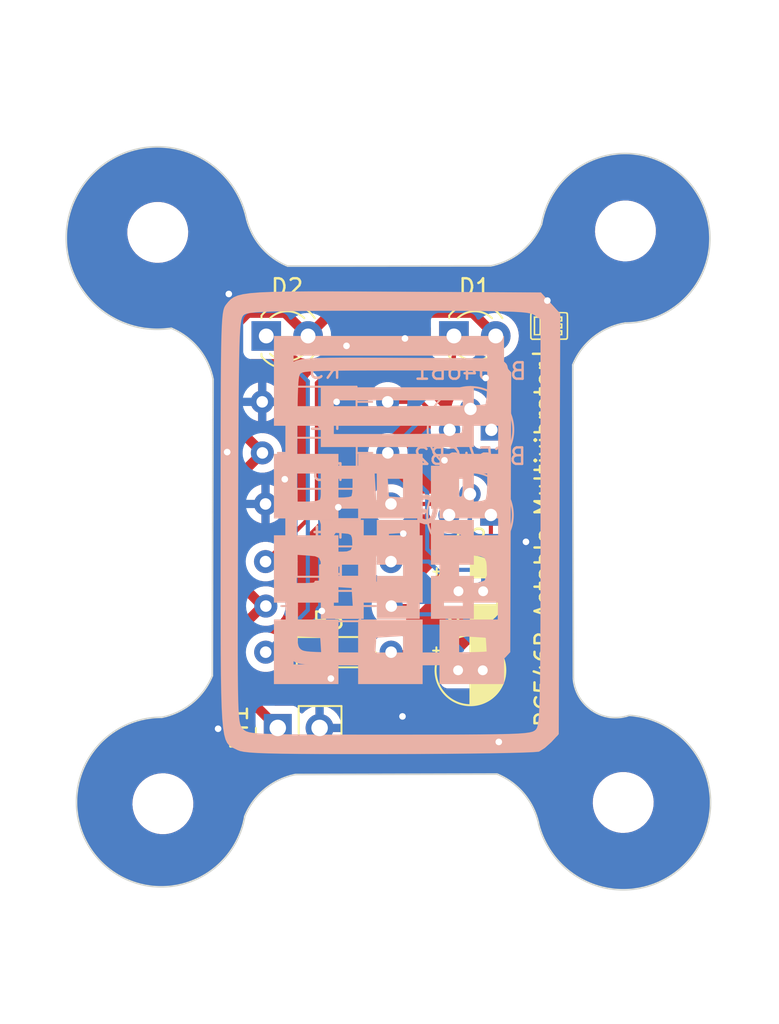
<source format=kicad_pcb>
(kicad_pcb (version 20221018) (generator pcbnew)
  (title_block (title "BC546B Astable Multivibrator") (date "2023-09-08") (rev "0") (company "N/A") (comment 1 "N/A"))
  (layers (0 "F.Cu" signal) (31 "B.Cu" signal) (34 "B.Paste" user) (35 "F.Paste" user) (36 "B.SilkS" user "B.Silkscreen") (37 "F.SilkS" user "F.Silkscreen") (38 "B.Mask" user) (39 "F.Mask" user) (44 "Edge.Cuts" user))
  (net 0 "")
  (net 1 "Net-(BC546B1-C)")
  (net 2 "/I2")
  (net 3 "Net-(BC546B1-E)")
  (net 4 "Net-(BC546B2-C)")
  (net 5 "/I1")
  (net 6 "Net-(BC546B2-E)")
  (net 7 "+9V")
  (net 8 "GND")
  (net 9 "Net-(D1-K)")
  (net 10 "Net-(D2-K)")
  (footprint "MountingHole:MountingHole_3.2mm_M3" (layer "F.Cu") (at 83.146213 86.60233)
    (fp_text reference "REF**" hide)
    (fp_text value "MountingHole_3.2mm_M3")
    (pad "" np_thru_hole circle (at 0 0) (size 3.2 3.2) (drill 3.2) (layers "F&B.Cu" "*.Mask"))
  )
  (footprint "Graphics:pcbLogo_2,5mmx2,5mm" (layer "F.Cu") (at 106.6 57.6 90)
    (fp_text reference "G***" hide)
    (fp_text value "LOGO" hide)
  )
  (footprint "Capacitor_THT:CP_Radial_D4.0mm_P1.50mm" (layer "F.Cu") (at 101.1 73.7)
    (fp_text reference "C2" (at 0.75 -3.25) (layer "F.SilkS"))
    (fp_text value "10u")
    (pad "1" thru_hole rect (at 0 0) (size 1.2 1.2) (drill 0.6) (layers "*.Cu" "*.Mask") (net 4 "Net-(BC546B2-C)"))
    (pad "2" thru_hole circle (at 1.5 0) (size 1.2 1.2) (drill 0.6) (layers "*.Cu" "*.Mask") (net 2 "/I2"))
  )
  (footprint "MountingHole:MountingHole_3.2mm_M3" (layer "F.Cu") (at 111.108941 86.526181)
    (fp_text reference "REF**" hide)
    (fp_text value "MountingHole_3.2mm_M3")
    (pad "" np_thru_hole circle (at 0 0) (size 3.2 3.2) (drill 3.2) (layers "F&B.Cu" "*.Mask"))
  )
  (footprint "LED_THT:LED_D3.0mm" (layer "F.Cu") (at 89.425 58.2)
    (fp_text reference "D2" (at 1.27 -2.96) (layer "F.SilkS"))
    (fp_text value "LED")
    (pad "1" thru_hole rect (at 0 0) (size 1.8 1.8) (drill 0.9) (layers "*.Cu" "*.Mask") (net 10 "Net-(D2-K)"))
    (pad "2" thru_hole circle (at 2.54 0) (size 1.8 1.8) (drill 0.9) (layers "*.Cu" "*.Mask") (net 7 "+9V"))
  )
  (footprint "Resistor_THT:R_Axial_DIN0204_L3.6mm_D1.6mm_P7.62mm_Horizontal" (layer "F.Cu") (at 89.39 77.4)
    (fp_text reference "R3" (at 3.81 -1.92) (layer "F.SilkS"))
    (fp_text value "560")
    (pad "1" thru_hole circle (at 0 0) (size 1.4 1.4) (drill 0.7) (layers "*.Cu" "*.Mask") (net 10 "Net-(D2-K)"))
    (pad "2" thru_hole oval (at 7.62 0) (size 1.4 1.4) (drill 0.7) (layers "*.Cu" "*.Mask") (net 1 "Net-(BC546B1-C)"))
  )
  (footprint "LED_THT:LED_D3.0mm" (layer "F.Cu") (at 100.825 58.2)
    (fp_text reference "D1" (at 1.27 -2.96) (layer "F.SilkS"))
    (fp_text value "LED")
    (pad "1" thru_hole rect (at 0 0) (size 1.8 1.8) (drill 0.9) (layers "*.Cu" "*.Mask") (net 9 "Net-(D1-K)"))
    (pad "2" thru_hole circle (at 2.54 0) (size 1.8 1.8) (drill 0.9) (layers "*.Cu" "*.Mask") (net 7 "+9V"))
  )
  (footprint "Connector_PinHeader_2.54mm:PinHeader_1x02_P2.54mm_Vertical" (layer "F.Cu") (at 90.125 82 90)
    (fp_text reference "BT1" (at 0 -2.33 90) (layer "F.SilkS"))
    (fp_text value "Battery")
    (pad "1" thru_hole rect (at 0 0 90) (size 1.7 1.7) (drill 1) (layers "*.Cu" "*.Mask") (net 7 "+9V"))
    (pad "2" thru_hole oval (at 0 2.54 90) (size 1.7 1.7) (drill 1) (layers "*.Cu" "*.Mask") (net 8 "GND"))
  )
  (footprint "MountingHole:MountingHole_3.2mm_M3" (layer "F.Cu") (at 111.244612 51.822648)
    (fp_text reference "REF**" hide)
    (fp_text value "MountingHole_3.2mm_M3")
    (pad "" np_thru_hole circle (at 0 0) (size 3.2 3.2) (drill 3.2) (layers "*.Cu" "*.Mask"))
  )
  (footprint "Capacitor_THT:CP_Radial_D4.0mm_P1.50mm" (layer "F.Cu") (at 101.077401 78.5)
    (fp_text reference "C1" (at 0.75 -3.25) (layer "F.SilkS"))
    (fp_text value "10u")
    (pad "1" thru_hole rect (at 0 0) (size 1.2 1.2) (drill 0.6) (layers "*.Cu" "*.Mask") (net 1 "Net-(BC546B1-C)"))
    (pad "2" thru_hole circle (at 1.5 0) (size 1.2 1.2) (drill 0.6) (layers "*.Cu" "*.Mask") (net 5 "/I1"))
  )
  (footprint "MountingHole:MountingHole_3.2mm_M3" (layer "F.Cu") (at 82.833257 51.910761)
    (fp_text reference "REF**" hide)
    (fp_text value "MountingHole_3.2mm_M3")
    (pad "" np_thru_hole circle (at 0 0) (size 3.2 3.2) (drill 3.2) (layers "F&B.Cu" "*.Mask"))
  )
  (footprint "Resistor_THT:R_Axial_DIN0204_L3.6mm_D1.6mm_P7.62mm_Horizontal" (layer "B.Cu") (at 97.02 74.6 180)
    (fp_text reference "R1" (at 3.81 1.92) (layer "B.SilkS") (effects (justify mirror)))
    (fp_text value "100k")
    (pad "1" thru_hole circle (at 0 0 180) (size 1.4 1.4) (drill 0.7) (layers "*.Cu" "*.Mask") (net 5 "/I1"))
    (pad "2" thru_hole oval (at 7.62 0 180) (size 1.4 1.4) (drill 0.7) (layers "*.Cu" "*.Mask") (net 7 "+9V"))
  )
  (footprint "Resistor_THT:R_Axial_DIN0204_L3.6mm_D1.6mm_P7.62mm_Horizontal" (layer "B.Cu") (at 97 71.9 180)
    (fp_text reference "R4" (at 3.81 1.92) (layer "B.SilkS") (effects (justify mirror)))
    (fp_text value "560")
    (pad "1" thru_hole circle (at 0 0 180) (size 1.4 1.4) (drill 0.7) (layers "*.Cu" "*.Mask") (net 4 "Net-(BC546B2-C)"))
    (pad "2" thru_hole oval (at 7.62 0 180) (size 1.4 1.4) (drill 0.7) (layers "*.Cu" "*.Mask") (net 9 "Net-(D1-K)"))
  )
  (footprint "Graphics:pcbLogo_20mmx20mm" (layer "B.Cu") (at 97.5 68.8 180)
    (fp_text reference "G***" (at 0 0) (layer "B.SilkS") (effects (font (size 1.5 1.5) (thickness 0.3)) (justify mirror)))
    (fp_text value "LOGO" hide)
  )
  (footprint "Package_TO_SOT_THT:TO-92" (layer "B.Cu") (at 103.1 63.9 180)
    (fp_text reference "BC546B1" (at 1.27 3.56) (layer "B.SilkS") (effects (justify mirror)))
    (fp_text value "NPN" hide)
    (pad "1" thru_hole rect (at 0 0 180) (size 1.3 1.3) (drill 0.75) (layers "*.Cu" "*.Mask") (net 1 "Net-(BC546B1-C)"))
    (pad "2" thru_hole circle (at 1.27 1.27 180) (size 1.3 1.3) (drill 0.75) (layers "*.Cu" "*.Mask") (net 2 "/I2"))
    (pad "3" thru_hole circle (at 2.54 0 180) (size 1.3 1.3) (drill 0.75) (layers "*.Cu" "*.Mask") (net 3 "Net-(BC546B1-E)"))
  )
  (footprint "Graphics:pcbLogo_30mmx30mm" (layer "B.Cu") (at 97.05 69.45 180)
    (fp_text reference "G***" hide)
    (fp_text value "LOGO" hide)
  )
  (footprint "Resistor_THT:R_Axial_DIN0204_L3.6mm_D1.6mm_P7.62mm_Horizontal" (layer "B.Cu") (at 97 68.4 180)
    (fp_text reference "R6" (at 3.81 1.92) (layer "B.SilkS") (effects (justify mirror)))
    (fp_text value "100")
    (pad "1" thru_hole circle (at 0 0 180) (size 1.4 1.4) (drill 0.7) (layers "*.Cu" "*.Mask") (net 6 "Net-(BC546B2-E)"))
    (pad "2" thru_hole oval (at 7.62 0 180) (size 1.4 1.4) (drill 0.7) (layers "*.Cu" "*.Mask") (net 8 "GND"))
  )
  (footprint "Resistor_THT:R_Axial_DIN0204_L3.6mm_D1.6mm_P7.62mm_Horizontal" (layer "B.Cu") (at 96.8 62.2 180)
    (fp_text reference "R5" (at 3.81 1.92) (layer "B.SilkS") (effects (justify mirror)))
    (fp_text value "100")
    (pad "1" thru_hole circle (at 0 0 180) (size 1.4 1.4) (drill 0.7) (layers "*.Cu" "*.Mask") (net 3 "Net-(BC546B1-E)"))
    (pad "2" thru_hole oval (at 7.62 0 180) (size 1.4 1.4) (drill 0.7) (layers "*.Cu" "*.Mask") (net 8 "GND"))
  )
  (footprint "Resistor_THT:R_Axial_DIN0204_L3.6mm_D1.6mm_P7.62mm_Horizontal" (layer "B.Cu") (at 96.81 65.3 180)
    (fp_text reference "R2" (at 3.81 1.92) (layer "B.SilkS") (effects (justify mirror)))
    (fp_text value "100k")
    (pad "1" thru_hole circle (at 0 0 180) (size 1.4 1.4) (drill 0.7) (layers "*.Cu" "*.Mask") (net 2 "/I2"))
    (pad "2" thru_hole oval (at 7.62 0 180) (size 1.4 1.4) (drill 0.7) (layers "*.Cu" "*.Mask") (net 7 "+9V"))
  )
  (footprint "Package_TO_SOT_THT:TO-92" (layer "B.Cu") (at 103.07 69.07 180)
    (fp_text reference "BC546B2" (at 1.27 3.56) (layer "B.SilkS") (effects (justify mirror)))
    (fp_text value "NPN" hide)
    (pad "1" thru_hole rect (at 0 0 180) (size 1.3 1.3) (drill 0.75) (layers "*.Cu" "*.Mask") (net 4 "Net-(BC546B2-C)"))
    (pad "2" thru_hole circle (at 1.27 1.27 180) (size 1.3 1.3) (drill 0.75) (layers "*.Cu" "*.Mask") (net 5 "/I1"))
    (pad "3" thru_hole circle (at 2.54 0 180) (size 1.3 1.3) (drill 0.75) (layers "*.Cu" "*.Mask") (net 6 "Net-(BC546B2-E)"))
  )
  (gr_arc (start 83.656298 57.729329) (mid 85.315237 58.95551) (end 86.193718 60.822025) (stroke (width 0.1)) (layer "Edge.Cuts"))
  (gr_arc (start 86.150243 78.834302) (mid 84.932897 80.482293) (end 83.079858 81.356392) (stroke (width 0.1)) (layer "Edge.Cuts"))
  (gr_arc (start 103.45 84.8) (mid 105.108939 86.026181) (end 105.98742 87.892696) (stroke (width 0.1)) (layer "Edge.Cuts"))
  (gr_arc (start 111.475802 81.238199) (mid 115.198225 89.898876) (end 105.98742 87.892696) (stroke (width 0.1)) (layer "Edge.Cuts"))
  (gr_arc (start 90.715239 53.955508) (mid 89.056288 52.729331) (end 88.177819 50.862812) (stroke (width 0.1)) (layer "Edge.Cuts"))
  (gr_line (start 86.150243 78.834302) (end 86.193718 60.822025) (stroke (width 0.1)) (layer "Edge.Cuts"))
  (gr_arc (start 111.475802 81.238199) (mid 109.22532 80.951386) (end 108.077176 78.99468) (stroke (width 0.1)) (layer "Edge.Cuts"))
  (gr_line (start 90.715239 53.955508) (end 103.06008 53.945877) (stroke (width 0.1)) (layer "Edge.Cuts"))
  (gr_arc (start 106.152777 51.408457) (mid 115.157302 48.946135) (end 111.226594 57.413405) (stroke (width 0.1)) (layer "Edge.Cuts"))
  (gr_line (start 103.45 84.8) (end 91.212728 84.823851) (stroke (width 0.1)) (layer "Edge.Cuts"))
  (gr_arc (start 83.656298 57.729328) (mid 78.189307 49.210701) (end 88.175477 50.86342) (stroke (width 0.1)) (layer "Edge.Cuts"))
  (gr_arc (start 88.120032 87.361271) (mid 89.346225 85.702353) (end 91.212728 84.823851) (stroke (width 0.1)) (layer "Edge.Cuts"))
  (gr_arc (start 106.152776 51.408457) (mid 104.926598 53.067404) (end 103.06008 53.945877) (stroke (width 0.1)) (layer "Edge.Cuts"))
  (gr_arc (start 108.044528 59.944437) (mid 109.30599 58.264588) (end 111.226594 57.413406) (stroke (width 0.1)) (layer "Edge.Cuts"))
  (gr_line (start 108.044528 59.944437) (end 108.077176 78.99468) (stroke (width 0.1)) (layer "Edge.Cuts"))
  (gr_arc (start 88.120032 87.361271) (mid 79.104593 89.810684) (end 83.079858 81.356393) (stroke (width 0.1)) (layer "Edge.Cuts"))
  (gr_text "|BC546B Astable Multivibrator|" (at 106.85 83 90) (layer "F.SilkS") (effects (font (size 1 1)) (justify left bottom)))
  (segment (start 103.1 63.9) (end 104.045 64.845) (width 0.25) (layer "F.Cu") (net 1))
  (segment (start 104.045 64.845) (end 104.045 75.532401) (width 0.25) (layer "F.Cu") (net 1))
  (segment (start 104.045 75.532401) (end 101.077401 78.5) (width 0.25) (layer "F.Cu") (net 1))
  (segment (start 97.01 77.4) (end 99.977401 77.4) (width 0.25) (layer "F.Cu") (net 1))
  (segment (start 99.977401 77.4) (end 101.077401 78.5) (width 0.25) (layer "F.Cu") (net 1))
  (segment (start 99.2 67.69) (end 96.81 65.3) (width 0.25) (layer "B.Cu") (net 2))
  (segment (start 102.2 72.4) (end 100.45 72.4) (width 0.25) (layer "B.Cu") (net 2))
  (segment (start 96.81 65.3) (end 99.48 62.63) (width 0.25) (layer "B.Cu") (net 2))
  (segment (start 102.6 72.8) (end 102.2 72.4) (width 0.25) (layer "B.Cu") (net 2))
  (segment (start 99.2 71.15) (end 99.2 67.69) (width 0.25) (layer "B.Cu") (net 2))
  (segment (start 102.6 73.7) (end 102.6 72.8) (width 0.25) (layer "B.Cu") (net 2))
  (segment (start 99.48 62.63) (end 101.83 62.63) (width 0.25) (layer "B.Cu") (net 2))
  (segment (start 100.45 72.4) (end 99.2 71.15) (width 0.25) (layer "B.Cu") (net 2))
  (segment (start 96.8 62.2) (end 98.86 62.2) (width 0.25) (layer "F.Cu") (net 3))
  (segment (start 98.86 62.2) (end 100.56 63.9) (width 0.25) (layer "F.Cu") (net 3))
  (segment (start 103.07 71.73) (end 103.07 69.07) (width 0.25) (layer "F.Cu") (net 4))
  (segment (start 101.1 73.7) (end 103.07 71.73) (width 0.25) (layer "F.Cu") (net 4))
  (segment (start 99.3 71.9) (end 101.1 73.7) (width 0.25) (layer "B.Cu") (net 4))
  (segment (start 97 71.9) (end 99.3 71.9) (width 0.25) (layer "B.Cu") (net 4))
  (segment (start 101.8 70.865) (end 98.065 74.6) (width 0.25) (layer "F.Cu") (net 5))
  (segment (start 98.065 74.6) (end 97.02 74.6) (width 0.25) (layer "F.Cu") (net 5))
  (segment (start 101.8 67.8) (end 101.8 70.865) (width 0.25) (layer "F.Cu") (net 5))
  (segment (start 102.577401 77.477401) (end 102.577401 78.5) (width 0.25) (layer "B.Cu") (net 5))
  (segment (start 100.2 75.1) (end 102.577401 77.477401) (width 0.25) (layer "B.Cu") (net 5))
  (segment (start 96.82 74.6) (end 97.32 75.1) (width 0.25) (layer "B.Cu") (net 5))
  (segment (start 97.32 75.1) (end 100.2 75.1) (width 0.25) (layer "B.Cu") (net 5))
  (segment (start 99.86 68.4) (end 100.53 69.07) (width 0.25) (layer "F.Cu") (net 6))
  (segment (start 97 68.4) (end 99.86 68.4) (width 0.25) (layer "F.Cu") (net 6))
  (segment (start 87.6 63.71) (end 87.6 57.5) (width 0.6) (layer "F.Cu") (net 7))
  (segment (start 88.3 56.8) (end 90.565 56.8) (width 0.6) (layer "F.Cu") (net 7))
  (segment (start 87.6 57.5) (end 88.3 56.8) (width 0.6) (layer "F.Cu") (net 7))
  (segment (start 90.125 82) (end 87.7 79.575) (width 0.6) (layer "F.Cu") (net 7))
  (segment (start 87.8 73.2) (end 87.8 66.69) (width 0.6) (layer "F.Cu") (net 7))
  (segment (start 90.565 56.8) (end 91.965 58.2) (width 0.6) (layer "F.Cu") (net 7))
  (segment (start 89.19 65.3) (end 87.6 63.71) (width 0.6) (layer "F.Cu") (net 7))
  (segment (start 101.965 56.8) (end 103.365 58.2) (width 0.6) (layer "F.Cu") (net 7))
  (segment (start 87.7 79.575) (end 87.7 76.1) (width 0.6) (layer "F.Cu") (net 7))
  (segment (start 93.365 56.8) (end 101.965 56.8) (width 0.6) (layer "F.Cu") (net 7))
  (segment (start 87.8 66.69) (end 89.19 65.3) (width 0.6) (layer "F.Cu") (net 7))
  (segment (start 91.965 58.2) (end 93.365 56.8) (width 0.6) (layer "F.Cu") (net 7))
  (segment (start 87.7 76.1) (end 89.2 74.6) (width 0.6) (layer "F.Cu") (net 7))
  (segment (start 89.2 74.6) (end 87.8 73.2) (width 0.6) (layer "F.Cu") (net 7))
  (via (at 90.55 66.9) (size 0.8) (drill 0.4) (layers "F.Cu" "B.Cu") (net 8))
  (via (at 93.35 79) (size 0.8) (drill 0.4) (layers "F.Cu" "B.Cu") (net 8))
  (via (at 93.8 68.6) (size 0.8) (drill 0.4) (layers "F.Cu" "B.Cu") (net 8))
  (via (at 87.05 65.25) (size 0.8) (drill 0.4) (layers "F.Cu" "B.Cu") (net 8))
  (via (at 100.25 65.75) (size 0.8) (drill 0.4) (layers "F.Cu" "B.Cu") (net 8))
  (via (at 97.85 58.35) (size 0.8) (drill 0.4) (layers "F.Cu" "B.Cu") (net 8))
  (via (at 97.75 70.2) (size 0.8) (drill 0.4) (layers "F.Cu" "B.Cu") (net 8))
  (via (at 106.5 56.051386) (size 0.8) (drill 0.4) (layers "F.Cu" "B.Cu") (net 8))
  (via (at 92.8 74.9) (size 0.8) (drill 0.4) (layers "F.Cu" "B.Cu") (net 8))
  (via (at 87.15 55.65) (size 0.8) (drill 0.4) (layers "F.Cu" "B.Cu") (net 8))
  (via (at 93.7 62.2) (size 0.8) (drill 0.4) (layers "F.Cu" "B.Cu") (net 8))
  (via (at 103.55 82.85) (size 0.8) (drill 0.4) (layers "F.Cu" "B.Cu") (net 8))
  (via (at 97.7 81.3) (size 0.8) (drill 0.4) (layers "F.Cu" "B.Cu") (net 8))
  (via (at 94.3 58.8) (size 0.8) (drill 0.4) (layers "F.Cu" "B.Cu") (net 8))
  (via (at 86.5 82.05) (size 0.8) (drill 0.4) (layers "F.Cu" "B.Cu") (net 8))
  (via (at 105.2 70.7) (size 0.8) (drill 0.4) (layers "F.Cu" "B.Cu") (net 8))
  (via (at 102.75 60.75) (size 0.8) (drill 0.4) (layers "F.Cu" "B.Cu") (net 8))
  (segment (start 92.5 61.05) (end 93.65 59.9) (width 0.25) (layer "F.Cu") (net 9))
  (segment (start 93.65 59.9) (end 100.4 59.9) (width 0.25) (layer "F.Cu") (net 9))
  (segment (start 100.825 59.475) (end 100.825 58.2) (width 0.25) (layer "F.Cu") (net 9))
  (segment (start 89.38 71.9) (end 92.5 68.78) (width 0.25) (layer "F.Cu") (net 9))
  (segment (start 92.5 68.78) (end 92.5 61.05) (width 0.25) (layer "F.Cu") (net 9))
  (segment (start 100.4 59.9) (end 100.825 59.475) (width 0.25) (layer "F.Cu") (net 9))
  (segment (start 89.425 58.2) (end 89.425 58.425) (width 0.25) (layer "B.Cu") (net 10))
  (segment (start 91.95 74.84) (end 89.39 77.4) (width 0.25) (layer "B.Cu") (net 10))
  (segment (start 91.95 60.95) (end 91.95 74.84) (width 0.25) (layer "B.Cu") (net 10))
  (segment (start 89.425 58.425) (end 91.95 60.95) (width 0.25) (layer "B.Cu") (net 10))
  (zone (net 8) (net_name "GND") (layer "F.Cu") (connect_pads (clearance 0.5)) (min_thickness 0.25) (fill yes (thermal_gap 0.5) (thermal_bridge_width 0.5))
    (polygon (pts (xy 75.1 37.8) (xy 119.7 37.8) (xy 118.9 99.7) (xy 76 100)))
  )
  (zone (net 8) (net_name "GND") (layer "B.Cu") (priority 1) (connect_pads (clearance 0.5)) (min_thickness 0.25) (fill yes (thermal_gap 0.5) (thermal_bridge_width 0.5))
    (polygon (pts (xy 75.5 38.3) (xy 119.4 38.3) (xy 119.7 99.4) (xy 75.2 99.5)))
  )
)
</source>
